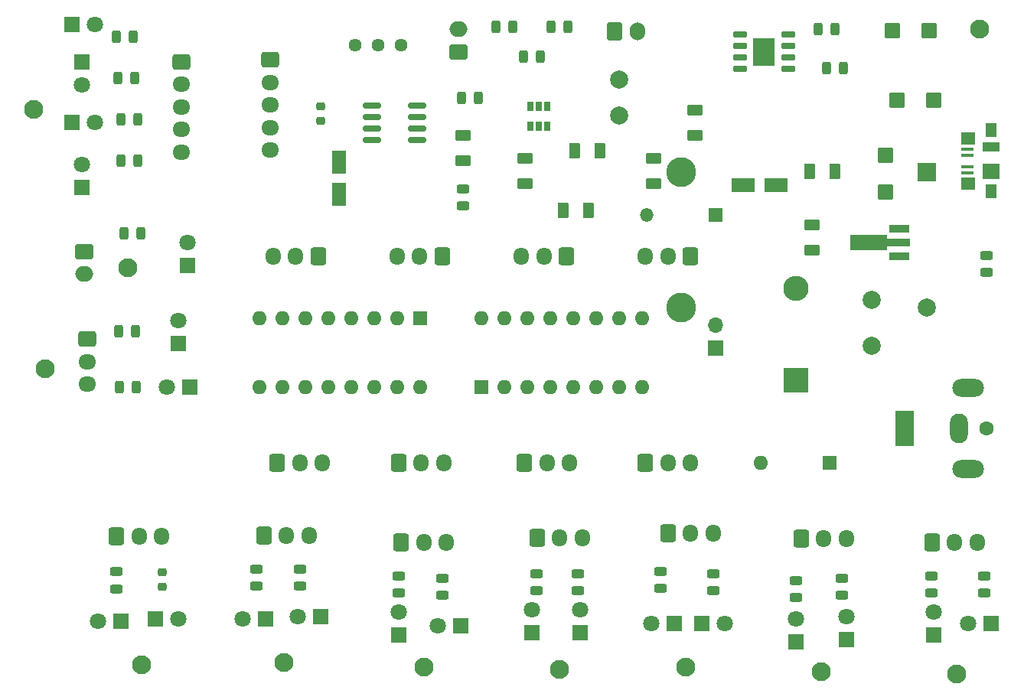
<source format=gbr>
%TF.GenerationSoftware,KiCad,Pcbnew,(5.99.0-11498-g1a301d8eea)*%
%TF.CreationDate,2021-09-07T22:17:04+03:00*%
%TF.ProjectId,f,662e6b69-6361-4645-9f70-636258585858,rev?*%
%TF.SameCoordinates,Original*%
%TF.FileFunction,Soldermask,Top*%
%TF.FilePolarity,Negative*%
%FSLAX46Y46*%
G04 Gerber Fmt 4.6, Leading zero omitted, Abs format (unit mm)*
G04 Created by KiCad (PCBNEW (5.99.0-11498-g1a301d8eea)) date 2021-09-07 22:17:04*
%MOMM*%
%LPD*%
G01*
G04 APERTURE LIST*
G04 Aperture macros list*
%AMRoundRect*
0 Rectangle with rounded corners*
0 $1 Rounding radius*
0 $2 $3 $4 $5 $6 $7 $8 $9 X,Y pos of 4 corners*
0 Add a 4 corners polygon primitive as box body*
4,1,4,$2,$3,$4,$5,$6,$7,$8,$9,$2,$3,0*
0 Add four circle primitives for the rounded corners*
1,1,$1+$1,$2,$3*
1,1,$1+$1,$4,$5*
1,1,$1+$1,$6,$7*
1,1,$1+$1,$8,$9*
0 Add four rect primitives between the rounded corners*
20,1,$1+$1,$2,$3,$4,$5,0*
20,1,$1+$1,$4,$5,$6,$7,0*
20,1,$1+$1,$6,$7,$8,$9,0*
20,1,$1+$1,$8,$9,$2,$3,0*%
%AMFreePoly0*
4,1,9,5.362500,-0.866500,1.237500,-0.866500,1.237500,-0.450000,-1.237500,-0.450000,-1.237500,0.450000,1.237500,0.450000,1.237500,0.866500,5.362500,0.866500,5.362500,-0.866500,5.362500,-0.866500,$1*%
G04 Aperture macros list end*
%ADD10RoundRect,0.250000X-0.600000X-0.725000X0.600000X-0.725000X0.600000X0.725000X-0.600000X0.725000X0*%
%ADD11O,1.700000X1.950000*%
%ADD12C,2.100000*%
%ADD13RoundRect,0.250000X-0.725000X0.600000X-0.725000X-0.600000X0.725000X-0.600000X0.725000X0.600000X0*%
%ADD14O,1.950000X1.700000*%
%ADD15RoundRect,0.250000X0.600000X0.725000X-0.600000X0.725000X-0.600000X-0.725000X0.600000X-0.725000X0*%
%ADD16RoundRect,0.243750X-0.243750X-0.456250X0.243750X-0.456250X0.243750X0.456250X-0.243750X0.456250X0*%
%ADD17R,1.800000X1.800000*%
%ADD18C,1.800000*%
%ADD19RoundRect,0.250000X-0.550000X1.050000X-0.550000X-1.050000X0.550000X-1.050000X0.550000X1.050000X0*%
%ADD20R,2.800000X2.800000*%
%ADD21O,2.800000X2.800000*%
%ADD22RoundRect,0.243750X-0.456250X0.243750X-0.456250X-0.243750X0.456250X-0.243750X0.456250X0.243750X0*%
%ADD23C,1.440000*%
%ADD24RoundRect,0.250000X-0.600000X0.625000X-0.600000X-0.625000X0.600000X-0.625000X0.600000X0.625000X0*%
%ADD25RoundRect,0.243750X0.243750X0.456250X-0.243750X0.456250X-0.243750X-0.456250X0.243750X-0.456250X0*%
%ADD26RoundRect,0.150000X-0.650000X-0.150000X0.650000X-0.150000X0.650000X0.150000X-0.650000X0.150000X0*%
%ADD27R,2.410000X3.100000*%
%ADD28R,1.600000X1.600000*%
%ADD29O,1.600000X1.600000*%
%ADD30C,1.600000*%
%ADD31R,2.000000X4.000000*%
%ADD32O,2.000000X3.300000*%
%ADD33O,3.500000X2.000000*%
%ADD34RoundRect,0.250000X-0.625000X-0.600000X0.625000X-0.600000X0.625000X0.600000X-0.625000X0.600000X0*%
%ADD35R,1.500000X1.500000*%
%ADD36O,1.500000X1.500000*%
%ADD37RoundRect,0.250000X-0.750000X0.600000X-0.750000X-0.600000X0.750000X-0.600000X0.750000X0.600000X0*%
%ADD38O,2.000000X1.700000*%
%ADD39R,1.380000X0.450000*%
%ADD40R,1.900000X1.800000*%
%ADD41R,1.300000X1.650000*%
%ADD42R,1.900000X1.000000*%
%ADD43R,1.550000X1.425000*%
%ADD44RoundRect,0.250000X-0.625000X0.375000X-0.625000X-0.375000X0.625000X-0.375000X0.625000X0.375000X0*%
%ADD45RoundRect,0.250000X0.625000X-0.375000X0.625000X0.375000X-0.625000X0.375000X-0.625000X-0.375000X0*%
%ADD46RoundRect,0.250000X-0.375000X-0.625000X0.375000X-0.625000X0.375000X0.625000X-0.375000X0.625000X0*%
%ADD47RoundRect,0.250000X-0.600000X-0.750000X0.600000X-0.750000X0.600000X0.750000X-0.600000X0.750000X0*%
%ADD48O,1.700000X2.000000*%
%ADD49RoundRect,0.218750X0.256250X-0.218750X0.256250X0.218750X-0.256250X0.218750X-0.256250X-0.218750X0*%
%ADD50C,2.000000*%
%ADD51RoundRect,0.243750X0.456250X-0.243750X0.456250X0.243750X-0.456250X0.243750X-0.456250X-0.243750X0*%
%ADD52RoundRect,0.150000X0.825000X0.150000X-0.825000X0.150000X-0.825000X-0.150000X0.825000X-0.150000X0*%
%ADD53RoundRect,0.218750X-0.256250X0.218750X-0.256250X-0.218750X0.256250X-0.218750X0.256250X0.218750X0*%
%ADD54RoundRect,0.250000X1.050000X0.550000X-1.050000X0.550000X-1.050000X-0.550000X1.050000X-0.550000X0*%
%ADD55R,1.700000X1.700000*%
%ADD56O,1.700000X1.700000*%
%ADD57RoundRect,0.250000X0.375000X0.625000X-0.375000X0.625000X-0.375000X-0.625000X0.375000X-0.625000X0*%
%ADD58R,2.300000X0.900000*%
%ADD59FreePoly0,180.000000*%
%ADD60RoundRect,0.250000X0.750000X-0.600000X0.750000X0.600000X-0.750000X0.600000X-0.750000X-0.600000X0*%
%ADD61R,0.650000X1.060000*%
%ADD62C,3.300000*%
%ADD63R,2.000000X2.000000*%
G04 APERTURE END LIST*
D10*
%TO.C,J4*%
X156718000Y-88660000D03*
D11*
X159218000Y-88660000D03*
X161718000Y-88660000D03*
%TD*%
D12*
%TO.C,H*%
X141732000Y-110998000D03*
%TD*%
D10*
%TO.C,J19*%
X197438000Y-88660000D03*
D11*
X199938000Y-88660000D03*
X202438000Y-88660000D03*
%TD*%
D13*
%TO.C,J6*%
X155956000Y-44062000D03*
D14*
X155956000Y-46562000D03*
X155956000Y-49062000D03*
X155956000Y-51562000D03*
X155956000Y-54062000D03*
%TD*%
D12*
%TO.C,H*%
X172974000Y-111252000D03*
%TD*%
D15*
%TO.C,J21*%
X202438000Y-65786000D03*
D11*
X199938000Y-65786000D03*
X197438000Y-65786000D03*
%TD*%
D16*
%TO.C,R6*%
X183974500Y-43688000D03*
X185849500Y-43688000D03*
%TD*%
D17*
%TO.C,D12*%
X235712000Y-106426000D03*
D18*
X233172000Y-106426000D03*
%TD*%
D17*
%TO.C,D9*%
X177043000Y-106680000D03*
D18*
X174503000Y-106680000D03*
%TD*%
D16*
%TO.C,R21*%
X139128500Y-74071000D03*
X141003500Y-74071000D03*
%TD*%
D17*
%TO.C,D19*%
X184912000Y-107447000D03*
D18*
X184912000Y-104907000D03*
%TD*%
D19*
%TO.C,C7*%
X163576000Y-55350000D03*
X163576000Y-58950000D03*
%TD*%
D10*
%TO.C,J5*%
X138938000Y-96774000D03*
D11*
X141438000Y-96774000D03*
X143938000Y-96774000D03*
%TD*%
D20*
%TO.C,D25*%
X214122000Y-79502000D03*
D21*
X214122000Y-69342000D03*
%TD*%
D22*
%TO.C,R14*%
X175006000Y-101424500D03*
X175006000Y-103299500D03*
%TD*%
D17*
%TO.C,D26*%
X146812000Y-66802000D03*
D18*
X146812000Y-64262000D03*
%TD*%
D23*
%TO.C,RV1*%
X165344000Y-42477000D03*
X167884000Y-42477000D03*
X170424000Y-42477000D03*
%TD*%
D12*
%TO.C,H*%
X201930000Y-111252000D03*
%TD*%
%TO.C,H*%
X231902000Y-112014000D03*
%TD*%
D17*
%TO.C,D14*%
X139446000Y-106172000D03*
D18*
X136906000Y-106172000D03*
%TD*%
D22*
%TO.C,R17*%
X234950000Y-101170500D03*
X234950000Y-103045500D03*
%TD*%
D24*
%TO.C,D24*%
X224028000Y-54617000D03*
X224028000Y-58667000D03*
%TD*%
D10*
%TO.C,J14*%
X185460000Y-96982000D03*
D11*
X187960000Y-96982000D03*
X190460000Y-96982000D03*
%TD*%
D25*
%TO.C,R10*%
X141321000Y-50672000D03*
X139446000Y-50672000D03*
%TD*%
D16*
%TO.C,R5*%
X177116500Y-48260000D03*
X178991500Y-48260000D03*
%TD*%
D13*
%TO.C,J11*%
X135691000Y-74965000D03*
D14*
X135691000Y-77465000D03*
X135691000Y-79965000D03*
%TD*%
D26*
%TO.C,U2*%
X207916000Y-41275000D03*
X207916000Y-42545000D03*
X207916000Y-43815000D03*
X207916000Y-45085000D03*
X213216000Y-45085000D03*
X213216000Y-43815000D03*
X213216000Y-42545000D03*
X213216000Y-41275000D03*
D27*
X210566000Y-43180000D03*
%TD*%
D28*
%TO.C,SW1*%
X217795600Y-88660000D03*
D29*
X210175600Y-88660000D03*
%TD*%
D30*
%TO.C,J2*%
X235148000Y-84836000D03*
D31*
X226148000Y-84836000D03*
D32*
X232148000Y-84836000D03*
D33*
X233148000Y-89336000D03*
X233148000Y-80336000D03*
%TD*%
D12*
%TO.C,H*%
X216916000Y-111760000D03*
%TD*%
D25*
%TO.C,R3*%
X218440000Y-40640000D03*
X216565000Y-40640000D03*
%TD*%
D10*
%TO.C,J15*%
X199938000Y-96474000D03*
D11*
X202438000Y-96474000D03*
X204938000Y-96474000D03*
%TD*%
D34*
%TO.C,D1*%
X225305000Y-48514000D03*
X229355000Y-48514000D03*
%TD*%
D35*
%TO.C,D3*%
X205237000Y-61214000D03*
D36*
X197617000Y-61214000D03*
%TD*%
D12*
%TO.C,H*%
X131064000Y-78232000D03*
%TD*%
D25*
%TO.C,R27*%
X140988500Y-46100000D03*
X139113500Y-46100000D03*
%TD*%
D37*
%TO.C,EYE*%
X135382000Y-65278000D03*
D38*
X135382000Y-67778000D03*
%TD*%
D22*
%TO.C,R24*%
X185420000Y-100916500D03*
X185420000Y-102791500D03*
%TD*%
D39*
%TO.C,J1*%
X233052000Y-56538000D03*
X233052000Y-55888000D03*
X233052000Y-54588000D03*
X233052000Y-53938000D03*
D40*
X235712000Y-56388000D03*
D41*
X235712000Y-58613000D03*
D42*
X235712000Y-53688000D03*
D43*
X233137000Y-52750500D03*
D41*
X235712000Y-51863000D03*
D43*
X233137000Y-57725500D03*
%TD*%
D44*
%TO.C,C4*%
X202946000Y-49654000D03*
X202946000Y-52454000D03*
%TD*%
D45*
%TO.C,C5*%
X198374000Y-57788000D03*
X198374000Y-54988000D03*
%TD*%
D46*
%TO.C,C6*%
X189608000Y-54102000D03*
X192408000Y-54102000D03*
%TD*%
D47*
%TO.C,TH1*%
X194056000Y-40877000D03*
D48*
X196556000Y-40877000D03*
%TD*%
D22*
%TO.C,R26*%
X214122000Y-101678500D03*
X214122000Y-103553500D03*
%TD*%
D49*
%TO.C,R7*%
X161544000Y-50800000D03*
X161544000Y-49225000D03*
%TD*%
D17*
%TO.C,D13*%
X143251000Y-105918000D03*
D18*
X145791000Y-105918000D03*
%TD*%
D13*
%TO.C,J20*%
X146096000Y-44276000D03*
D14*
X146096000Y-46776000D03*
X146096000Y-49276000D03*
X146096000Y-51776000D03*
X146096000Y-54276000D03*
%TD*%
D25*
%TO.C,R9*%
X141321000Y-55244000D03*
X139446000Y-55244000D03*
%TD*%
D10*
%TO.C,J18*%
X184050800Y-88660000D03*
D11*
X186550800Y-88660000D03*
X189050800Y-88660000D03*
%TD*%
D17*
%TO.C,D7*%
X203708000Y-106426000D03*
D18*
X206248000Y-106426000D03*
%TD*%
D50*
%TO.C,F1*%
X222494000Y-75692000D03*
X222504000Y-70612000D03*
%TD*%
D15*
%TO.C,J8*%
X161256000Y-65786000D03*
D11*
X158756000Y-65786000D03*
X156256000Y-65786000D03*
%TD*%
D12*
%TO.C,H*%
X234442000Y-40640000D03*
%TD*%
D51*
%TO.C,R8*%
X177292000Y-60198000D03*
X177292000Y-58323000D03*
%TD*%
D45*
%TO.C,C9*%
X215900000Y-65154000D03*
X215900000Y-62354000D03*
%TD*%
D12*
%TO.C,H*%
X187960000Y-111506000D03*
%TD*%
D17*
%TO.C,D21*%
X214122000Y-108463000D03*
D18*
X214122000Y-105923000D03*
%TD*%
D52*
%TO.C,U3*%
X172147000Y-52959000D03*
X172147000Y-51689000D03*
X172147000Y-50419000D03*
X172147000Y-49149000D03*
X167197000Y-49149000D03*
X167197000Y-50419000D03*
X167197000Y-51689000D03*
X167197000Y-52959000D03*
%TD*%
D53*
%TO.C,R18*%
X144018000Y-100812500D03*
X144018000Y-102387500D03*
%TD*%
D22*
%TO.C,R22*%
X154432000Y-100408500D03*
X154432000Y-102283500D03*
%TD*%
D10*
%TO.C,J10*%
X229148000Y-97444000D03*
D11*
X231648000Y-97444000D03*
X234148000Y-97444000D03*
%TD*%
D25*
%TO.C,R2*%
X182801500Y-40386000D03*
X180926500Y-40386000D03*
%TD*%
D44*
%TO.C,C8*%
X177292000Y-52448000D03*
X177292000Y-55248000D03*
%TD*%
D17*
%TO.C,D22*%
X135128000Y-44275154D03*
D18*
X135128000Y-46815154D03*
%TD*%
D22*
%TO.C,R25*%
X199136000Y-100662500D03*
X199136000Y-102537500D03*
%TD*%
D44*
%TO.C,C3*%
X184150000Y-54988000D03*
X184150000Y-57788000D03*
%TD*%
D10*
%TO.C,J12*%
X155244000Y-96682000D03*
D11*
X157744000Y-96682000D03*
X160244000Y-96682000D03*
%TD*%
D17*
%TO.C,D18*%
X170180000Y-107701000D03*
D18*
X170180000Y-105161000D03*
%TD*%
D17*
%TO.C,D17*%
X155448000Y-105918000D03*
D18*
X152908000Y-105918000D03*
%TD*%
D10*
%TO.C,J7*%
X170153400Y-88660000D03*
D11*
X172653400Y-88660000D03*
X175153400Y-88660000D03*
%TD*%
D50*
%TO.C,L1*%
X194564000Y-46228000D03*
X194564000Y-50228000D03*
%TD*%
D12*
%TO.C,H*%
X157480000Y-110744000D03*
%TD*%
D51*
%TO.C,R29*%
X235140000Y-67589500D03*
X235140000Y-65714500D03*
%TD*%
D22*
%TO.C,R20*%
X229108000Y-101170500D03*
X229108000Y-103045500D03*
%TD*%
D16*
%TO.C,R16*%
X139270500Y-80264000D03*
X141145500Y-80264000D03*
%TD*%
D17*
%TO.C,D20*%
X200660000Y-106426000D03*
D18*
X198120000Y-106426000D03*
%TD*%
D17*
%TO.C,D23*%
X134028000Y-40132000D03*
D18*
X136568000Y-40132000D03*
%TD*%
D17*
%TO.C,D5*%
X134028000Y-50968308D03*
D18*
X136568000Y-50968308D03*
%TD*%
D22*
%TO.C,R12*%
X204978000Y-100916500D03*
X204978000Y-102791500D03*
%TD*%
D15*
%TO.C,J17*%
X188710666Y-65786000D03*
D11*
X186210666Y-65786000D03*
X183710666Y-65786000D03*
%TD*%
D17*
%TO.C,D6*%
X219710000Y-108204000D03*
D18*
X219710000Y-105664000D03*
%TD*%
D22*
%TO.C,R11*%
X219202000Y-101424500D03*
X219202000Y-103299500D03*
%TD*%
D17*
%TO.C,D10*%
X161549000Y-105664000D03*
D18*
X159009000Y-105664000D03*
%TD*%
D12*
%TO.C,H*%
X140208000Y-67056000D03*
%TD*%
D54*
%TO.C,C10*%
X211858000Y-57912000D03*
X208258000Y-57912000D03*
%TD*%
D22*
%TO.C,R15*%
X159258000Y-100408500D03*
X159258000Y-102283500D03*
%TD*%
D15*
%TO.C,J9*%
X174983333Y-65786000D03*
D11*
X172483333Y-65786000D03*
X169983333Y-65786000D03*
%TD*%
D46*
%TO.C,C1*%
X215608000Y-56388000D03*
X218408000Y-56388000D03*
%TD*%
D28*
%TO.C,U5*%
X179339000Y-80254000D03*
D29*
X181879000Y-80254000D03*
X184419000Y-80254000D03*
X186959000Y-80254000D03*
X189499000Y-80254000D03*
X192039000Y-80254000D03*
X194579000Y-80254000D03*
X197119000Y-80254000D03*
X197119000Y-72634000D03*
X194579000Y-72634000D03*
X192039000Y-72634000D03*
X189499000Y-72634000D03*
X186959000Y-72634000D03*
X184419000Y-72634000D03*
X181879000Y-72634000D03*
X179339000Y-72634000D03*
%TD*%
D22*
%TO.C,R19*%
X138938000Y-100716500D03*
X138938000Y-102591500D03*
%TD*%
D17*
%TO.C,D15*%
X229362000Y-107701000D03*
D18*
X229362000Y-105161000D03*
%TD*%
D17*
%TO.C,D4*%
X135128000Y-58166000D03*
D18*
X135128000Y-55626000D03*
%TD*%
D17*
%TO.C,D8*%
X190246000Y-107447000D03*
D18*
X190246000Y-104907000D03*
%TD*%
D25*
%TO.C,R1*%
X219377500Y-44958000D03*
X217502500Y-44958000D03*
%TD*%
%TO.C,R4*%
X188897500Y-40386000D03*
X187022500Y-40386000D03*
%TD*%
D12*
%TO.C,H*%
X129794000Y-49530000D03*
%TD*%
D34*
%TO.C,D2*%
X224797000Y-40835000D03*
X228847000Y-40835000D03*
%TD*%
D25*
%TO.C,R28*%
X140813000Y-41528000D03*
X138938000Y-41528000D03*
%TD*%
D16*
%TO.C,R30*%
X139778500Y-63246000D03*
X141653500Y-63246000D03*
%TD*%
D22*
%TO.C,R13*%
X189992000Y-100916500D03*
X189992000Y-102791500D03*
%TD*%
D10*
%TO.C,J16*%
X214670000Y-97028000D03*
D11*
X217170000Y-97028000D03*
X219670000Y-97028000D03*
%TD*%
D17*
%TO.C,D16*%
X145796000Y-75443000D03*
D18*
X145796000Y-72903000D03*
%TD*%
D55*
%TO.C,J3*%
X205232000Y-75946000D03*
D56*
X205232000Y-73406000D03*
%TD*%
D57*
%TO.C,C2*%
X191138000Y-60706000D03*
X188338000Y-60706000D03*
%TD*%
D58*
%TO.C,U6*%
X225552000Y-65786000D03*
D59*
X225464500Y-64286000D03*
D58*
X225552000Y-62786000D03*
%TD*%
D60*
%TO.C,J22*%
X176784000Y-43160000D03*
D38*
X176784000Y-40660000D03*
%TD*%
D28*
%TO.C,U4*%
X172556000Y-72654000D03*
D29*
X170016000Y-72654000D03*
X167476000Y-72654000D03*
X164936000Y-72654000D03*
X162396000Y-72654000D03*
X159856000Y-72654000D03*
X157316000Y-72654000D03*
X154776000Y-72654000D03*
X154776000Y-80274000D03*
X157316000Y-80274000D03*
X159856000Y-80274000D03*
X162396000Y-80274000D03*
X164936000Y-80274000D03*
X167476000Y-80274000D03*
X170016000Y-80274000D03*
X172556000Y-80274000D03*
%TD*%
D10*
%TO.C,J13*%
X170434000Y-97444000D03*
D11*
X172934000Y-97444000D03*
X175434000Y-97444000D03*
%TD*%
D22*
%TO.C,R23*%
X170180000Y-101170500D03*
X170180000Y-103045500D03*
%TD*%
D17*
%TO.C,D11*%
X147071000Y-80264000D03*
D18*
X144531000Y-80264000D03*
%TD*%
D61*
%TO.C,U1*%
X186624000Y-49192000D03*
X185674000Y-49192000D03*
X184724000Y-49192000D03*
X184724000Y-51392000D03*
X185674000Y-51392000D03*
X186624000Y-51392000D03*
%TD*%
D62*
%TO.C,BT1*%
X201422000Y-56513000D03*
X201422000Y-71503000D03*
D63*
X228587000Y-56513000D03*
D50*
X228587000Y-71503000D03*
%TD*%
M02*

</source>
